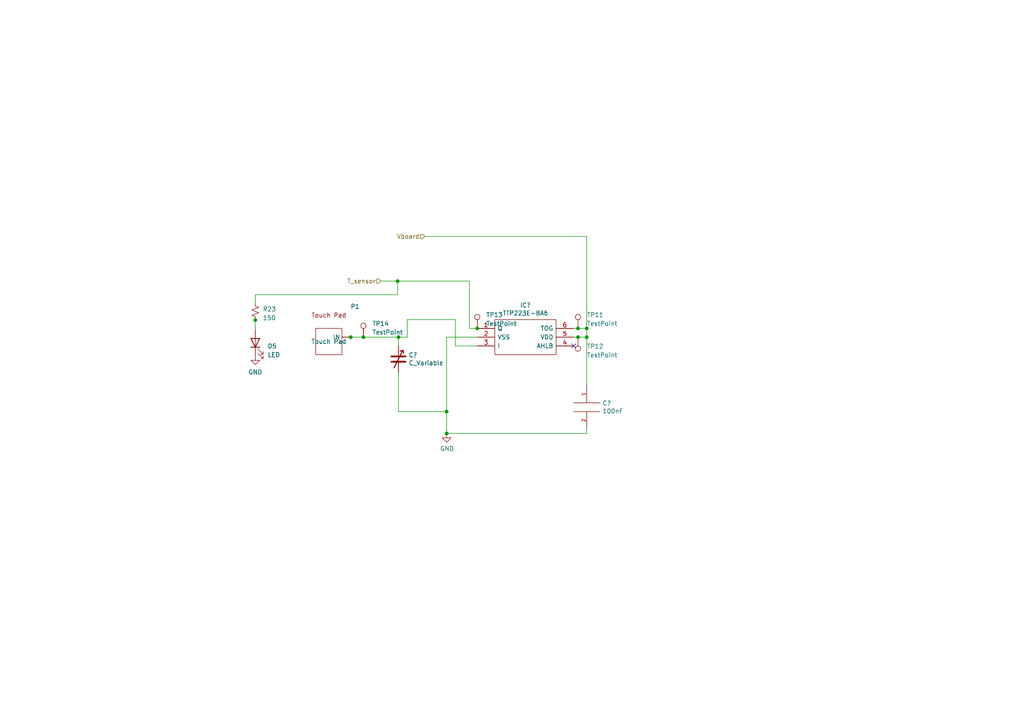
<source format=kicad_sch>
(kicad_sch (version 20230121) (generator eeschema)
  (paper "A4")
  (title_block (title "Digital Sensor") (date "2023-03-04") (rev "Rev 1") (company "UCT") (comment 1 "EEE3088F"))
  (lib_symbols
    (symbol "Connector:TestPoint" (pin_numbers hide) (pin_names (offset 0.762) hide)
      (property "Reference" "TP" (at 0 6.858 0))
      (property "Value" "TestPoint" (at 0 5.08 0))
      (symbol "TestPoint_0_1"
        (circle (center 0 3.302) (radius 0.762))
      )
      (symbol "TestPoint_1_1"
        (pin passive line (at 0 0 90) (length 2.54) (name "1") (number "1"))
      )
    )
    (symbol "Device:C_Variable" (pin_numbers hide) (pin_names (offset 0.254) hide)
      (property "Reference" "C" (at 0.635 -1.905 0))
      (property "Value" "C_Variable" (at 0.635 -3.81 0))
      (symbol "C_Variable_0_1"
        (polyline (pts (xy -2.032 -0.762) (xy 2.032 -0.762)) (stroke (width 0.508)))
        (polyline (pts (xy -2.032 0.762) (xy 2.032 0.762)) (stroke (width 0.508)))
        (polyline (pts (xy 1.27 2.54) (xy -1.27 -2.54)) (stroke (width 0.3048)))
        (polyline (pts (xy 1.27 2.54) (xy 0.508 2.286)) (stroke (width 0.3048)))
        (polyline (pts (xy 1.27 2.54) (xy 1.524 1.778)) (stroke (width 0.3048)))
      )
      (symbol "C_Variable_1_1"
        (pin passive line (at 0 3.81 270) (length 3.048) (name "~") (number "1"))
        (pin passive line (at 0 -3.81 90) (length 3.048) (name "~") (number "2"))
      )
    )
    (symbol "Device:LED" (pin_numbers hide) (pin_names (offset 1.016) hide)
      (property "Reference" "D" (at 0 2.54 0))
      (property "Value" "LED" (at 0 -2.54 0))
      (symbol "LED_0_1"
        (polyline (pts (xy -1.27 -1.27) (xy -1.27 1.27)) (stroke (width 0.254)))
        (polyline (pts (xy -1.27 0) (xy 1.27 0)))
        (polyline (pts (xy 1.27 -1.27) (xy 1.27 1.27) (xy -1.27 0) (xy 1.27 -1.27)) (stroke (width 0.254)))
        (polyline (pts (xy -3.048 -0.762) (xy -4.572 -2.286) (xy -3.81 -2.286) (xy -4.572 -2.286) (xy -4.572 -1.524)))
        (polyline (pts (xy -1.778 -0.762) (xy -3.302 -2.286) (xy -2.54 -2.286) (xy -3.302 -2.286) (xy -3.302 -1.524)))
      )
      (symbol "LED_1_1"
        (pin passive line (at -3.81 0 0) (length 2.54) (name "K") (number "1"))
        (pin passive line (at 3.81 0 180) (length 2.54) (name "A") (number "2"))
      )
    )
    (symbol "Device:R_Small_US" (pin_numbers hide) (pin_names (offset 0.254) hide)
      (property "Reference" "R" (at 0.762 0.508 0))
      (property "Value" "R_Small_US" (at 0.762 -1.016 0))
      (symbol "R_Small_US_1_1"
        (polyline (pts (xy 0 0) (xy 1.016 -0.381) (xy 0 -0.762) (xy -1.016 -1.143) (xy 0 -1.524)))
        (polyline (pts (xy 0 1.524) (xy 1.016 1.143) (xy 0 0.762) (xy -1.016 0.381) (xy 0 0)))
        (pin passive line (at 0 2.54 270) (length 1.016) (name "~") (number "1"))
        (pin passive line (at 0 -2.54 90) (length 1.016) (name "~") (number "2"))
      )
    )
    (symbol "Sensors-rescue:CAP-pspice" (pin_names (offset 0.254))
      (property "Reference" "C" (at 2.54 3.81 90))
      (property "Value" "pspice_CAP" (at 2.54 -3.81 90))
      (symbol "CAP-pspice_0_1"
        (polyline (pts (xy -3.81 -1.27) (xy 3.81 -1.27)))
        (polyline (pts (xy -3.81 1.27) (xy 3.81 1.27)))
      )
      (symbol "CAP-pspice_1_1"
        (pin passive line (at 0 6.35 270) (length 5.08) (name "~") (number "1"))
        (pin passive line (at 0 -6.35 90) (length 5.08) (name "~") (number "2"))
      )
    )
    (symbol "Sensors-rescue:TTP223E-BA6-TTP223E-BA6" (pin_names (offset 0.762))
      (property "Reference" "IC" (at 24.13 7.62 0))
      (property "Value" "TTP223E-BA6_TTP223E-BA6" (at 24.13 5.08 0))
      (symbol "TTP223E-BA6-TTP223E-BA6_0_0"
        (pin passive line (at 0 0 0) (length 5.08) (name "Q") (number "1"))
        (pin passive line (at 0 -2.54 0) (length 5.08) (name "VSS") (number "2"))
        (pin passive line (at 0 -5.08 0) (length 5.08) (name "I") (number "3"))
        (pin passive line (at 27.94 -5.08 180) (length 5.08) (name "AHLB") (number "4"))
        (pin passive line (at 27.94 -2.54 180) (length 5.08) (name "VDD") (number "5"))
        (pin passive line (at 27.94 0 180) (length 5.08) (name "TOG") (number "6"))
      )
      (symbol "TTP223E-BA6-TTP223E-BA6_0_1"
        (polyline (pts (xy 5.08 2.54) (xy 22.86 2.54) (xy 22.86 -7.62) (xy 5.08 -7.62) (xy 5.08 2.54)) (stroke (width 0.1524)))
      )
    )
    (symbol "UCT:TouchPad"
      (property "Reference" "P" (at 0 5.08 0))
      (symbol "TouchPad_1_1"
        (rectangle (start -3.81 3.81) (end 3.81 -3.81))
        (rectangle (start 20.32 -20.32) (end 20.32 -20.32))
        (text "Touch Pad\n" (at 0 7.62 0) (effects (font (size 1.27 1.27))))
        (pin input line (at 6.35 1.27 180) (length 2.54) (name "IN") (number ""))
      )
    )
    (symbol "power:GND" (power) (pin_names (offset 0))
      (property "Value" "GND" (at 0 -3.81 0))
      (symbol "GND_0_1"
        (polyline (pts (xy 0 0) (xy 0 -1.27) (xy 1.27 -1.27) (xy 0 -2.54) (xy -1.27 -1.27) (xy 0 -1.27)))
      )
      (symbol "GND_1_1"
        (pin power_in line (at 0 0 270) (length 0) hide (name "GND") (number "1"))
      )
    )
  )
  (junction (at 170.18 97.79))
  (junction (at 167.64 97.79))
  (junction (at 115.57 97.79))
  (junction (at 105.41 97.79))
  (junction (at 74.041 92.837))
  (junction (at 129.54 119.38))
  (junction (at 138.43 95.25))
  (junction (at 170.18 95.25))
  (junction (at 101.727 97.79))
  (junction (at 115.316 81.534))
  (junction (at 129.54 125.73))
  (junction (at 167.64 95.25))
  (no_connect (at 166.37 100.33))
  (wire (pts (xy 105.41 97.79) (xy 115.57 97.79)))
  (wire (pts (xy 129.54 97.79) (xy 129.54 119.38)))
  (wire (pts (xy 136.144 95.25) (xy 138.43 95.25)))
  (wire (pts (xy 167.64 95.25) (xy 166.37 95.25)))
  (wire (pts (xy 115.316 81.534) (xy 115.316 85.471)))
  (wire (pts (xy 74.041 92.837) (xy 74.041 95.631)))
  (wire (pts (xy 115.57 97.79) (xy 118.11 97.79)))
  (wire (pts (xy 170.18 125.73) (xy 170.18 124.46)))
  (wire (pts (xy 138.43 100.33) (xy 132.08 100.33)))
  (wire (pts (xy 123.19 68.58) (xy 170.18 68.58)))
  (wire (pts (xy 170.18 95.25) (xy 170.18 97.79)))
  (wire (pts (xy 129.54 125.73) (xy 170.18 125.73)))
  (wire (pts (xy 101.6 97.79) (xy 101.727 97.79)))
  (wire (pts (xy 170.18 68.58) (xy 170.18 95.25)))
  (wire (pts (xy 110.49 81.534) (xy 115.316 81.534)))
  (wire (pts (xy 167.64 97.79) (xy 170.18 97.79)))
  (wire (pts (xy 115.57 107.95) (xy 115.57 119.38)))
  (wire (pts (xy 166.37 97.79) (xy 167.64 97.79)))
  (wire (pts (xy 101.727 97.79) (xy 105.41 97.79)))
  (wire (pts (xy 115.316 81.534) (xy 136.144 81.534)))
  (wire (pts (xy 170.18 111.76) (xy 170.18 97.79)))
  (wire (pts (xy 132.08 100.33) (xy 132.08 92.71)))
  (wire (pts (xy 115.57 100.33) (xy 115.57 97.79)))
  (wire (pts (xy 74.041 92.71) (xy 74.041 92.837)))
  (wire (pts (xy 129.54 119.38) (xy 129.54 125.73)))
  (wire (pts (xy 118.11 92.71) (xy 132.08 92.71)))
  (wire (pts (xy 136.144 81.534) (xy 136.144 95.25)))
  (wire (pts (xy 138.43 97.79) (xy 129.54 97.79)))
  (wire (pts (xy 118.11 92.71) (xy 118.11 97.79)))
  (wire (pts (xy 115.57 119.38) (xy 129.54 119.38)))
  (wire (pts (xy 74.041 85.471) (xy 74.041 87.757)))
  (wire (pts (xy 170.18 95.25) (xy 167.64 95.25)))
  (wire (pts (xy 115.316 85.471) (xy 74.041 85.471)))
  (hierarchical_label "T_sensor" (shape input) (at 110.49 81.534 180))
  (hierarchical_label "Vboard" (shape input) (at 123.19 68.58 180))
  (symbol (lib_id "Sensors-rescue:TTP223E-BA6-TTP223E-BA6") (at 138.43 95.25 0) (unit 1)
    (property "Reference" "IC?" (at 152.4 88.519 0))
    (property "Value" "TTP223E-BA6" (at 152.4 90.8304 0))
    (property "Footprint" "Package_TO_SOT_SMD:SOT-563" (effects hide))
    (property "Datasheet" "https://datasheet.lcsc.com/szlcsc/1810251711_Tontek-Design-Tech-TTP223E-BA6_C129457.pdf" (effects hide))
    (property "Description" "SOT-23-6 Touch Screen Controller ICs" (effects hide))
    (property "Height" "1.26" (effects hide))
    (property "Manufacturer_Name" "Sam&wing" (effects hide))
    (property "Manufacturer_Part_Number" "223" (effects hide))
    (property "Price" "0.1" (effects hide))
    (property "JLCPCB Part #" "C1693666" (effects hide))
    (property "Price ( 1 board)" "0.1" (effects hide))
    (property "Price (5 boards)" "0.5" (effects hide))
    (instances (project "Sensors" (path "" (reference "IC?") (unit 1)) (path "" (reference "IC?") (unit 1))) (project "FullSchematic" (path "" (reference "IC1") (unit 1))))
  )
  (symbol (lib_id "Sensors-rescue:CAP-pspice") (at 170.18 118.11 0) (unit 1)
    (property "Reference" "C?" (at 174.7012 116.9416 0) (effects (justify left)))
    (property "Value" "100nF" (at 174.7012 119.253 0) (effects (justify left)))
    (property "Footprint" "Capacitor_THT:CP_Axial_L10.0mm_D4.5mm_P15.00mm_Horizontal" (effects hide))
    (property "Price" "0.08" (effects hide))
    (property "Price ( 1 board)" "0.32" (effects hide))
    (property "Price (5 boards)" "1.6" (effects hide))
    (property "JLCPCB Part #" "C24497" (effects hide))
    (instances (project "Sensors" (path "" (reference "C?") (unit 1))) (project "FullSchematic" (path "" (reference "C13") (unit 1))))
  )
  (symbol (lib_id "power:GND") (at 129.54 125.73 0) (unit 1)
    (property "Reference" "#PWR?" (effects hide))
    (property "Value" "GND" (at 129.667 130.1242 0))
    (instances (project "Sensors" (path "" (reference "#PWR?") (unit 1))) (project "FullSchematic" (path "" (reference "#PWR0106") (unit 1))))
  )
  (symbol (lib_id "Device:C_Variable") (at 115.57 104.14 0) (unit 1)
    (property "Reference" "C?" (at 118.491 102.9716 0) (effects (justify left)))
    (property "Value" "C_Variable" (at 118.491 105.283 0) (effects (justify left)))
    (property "Footprint" "Capacitor_SMD:C_Trimmer_Murata_TZC3" (effects hide))
    (property "Price" "0.3067" (effects hide))
    (property "Price ( 1 board)" "0.3067" (effects hide))
    (property "Price (5 boards)" "1.54" (effects hide))
    (property "JLCPCB Part #" "C125363" (effects hide))
    (instances (project "Sensors" (path "" (reference "C?") (unit 1))) (project "FullSchematic" (path "" (reference "C12") (unit 1))))
  )
  (symbol (lib_id "power:GND") (at 74.041 103.251 0) (unit 1)
    (property "Reference" "#PWR019" (effects hide))
    (property "Value" "GND" (at 74.041 107.95 0))
  )
  (symbol (lib_id "Connector:TestPoint") (at 105.41 97.79 0) (unit 1)
    (property "Reference" "TP14" (at 107.95 93.853 0) (effects (justify left)))
    (property "Value" "TestPoint" (at 107.95 96.393 0) (effects (justify left)))
    (property "Footprint" "TestPoint:TestPoint_Pad_D2.0mm" (effects hide))
    (property "Price" "$0" (effects hide))
    (property "Price ( 1 board)" "0" (effects hide))
    (property "Price (5 boards)" "0" (effects hide))
    (property "JLCPCB Part #" "N/A" (effects hide))
  )
  (symbol (lib_id "Connector:TestPoint") (at 167.64 97.79 180) (unit 1)
    (property "Reference" "TP12" (at 170.18 100.457 0) (effects (justify right)))
    (property "Value" "TestPoint" (at 170.18 102.997 0) (effects (justify right)))
    (property "Footprint" "TestPoint:TestPoint_Pad_D2.0mm" (effects hide))
    (property "Price" "$0" (effects hide))
    (property "Price ( 1 board)" "0" (effects hide))
    (property "Price (5 boards)" "0" (effects hide))
    (property "JLCPCB Part #" "N/A" (effects hide))
  )
  (symbol (lib_id "Connector:TestPoint") (at 138.43 95.25 0) (unit 1)
    (property "Reference" "TP13" (at 140.97 91.313 0) (effects (justify left)))
    (property "Value" "TestPoint" (at 140.97 93.853 0) (effects (justify left)))
    (property "Footprint" "TestPoint:TestPoint_Pad_D2.0mm" (effects hide))
    (property "Price" "$0" (effects hide))
    (property "Price ( 1 board)" "0" (effects hide))
    (property "Price (5 boards)" "0" (effects hide))
    (property "JLCPCB Part #" "N/A" (effects hide))
  )
  (symbol (lib_id "Connector:TestPoint") (at 167.64 95.25 0) (unit 1)
    (property "Reference" "TP11" (at 170.18 91.313 0) (effects (justify left)))
    (property "Value" "TestPoint" (at 170.18 93.853 0) (effects (justify left)))
    (property "Footprint" "TestPoint:TestPoint_Pad_D2.0mm" (effects hide))
    (property "Price" "$0" (effects hide))
    (property "Price ( 1 board)" "0" (effects hide))
    (property "Price (5 boards)" "0" (effects hide))
    (property "JLCPCB Part #" "N/A" (effects hide))
  )
  (symbol (lib_id "Device:R_Small_US") (at 74.041 90.297 0) (unit 1)
    (property "Reference" "R23" (at 76.2 89.662 0) (effects (justify left)))
    (property "Value" "150" (at 76.2 92.202 0) (effects (justify left)))
    (property "Footprint" "Resistor_SMD:R_0201_0603Metric" (effects hide))
  )
  (symbol (lib_id "Device:LED") (at 74.041 99.441 90) (unit 1)
    (property "Reference" "D5" (at 77.597 100.3935 90) (effects (justify right)))
    (property "Value" "LED" (at 77.597 102.9335 90) (effects (justify right)))
    (property "Footprint" "LED_SMD:LED_0201_0603Metric" (effects hide))
  )
  (symbol (lib_id "UCT:TouchPad") (at 95.377 99.06 0) (unit 1)
    (property "Reference" "P1" (at 102.9915 88.9 0))
    (property "Value" "Touch Pad" (at 95.377 99.06 0))
    (property "Footprint" "Library:Touch Pad" (effects hide))
    (property "JLCPCB Part #" "N/A" (effects hide))
    (property "Price" "0" (effects hide))
    (property "Price ( 1 board)" "0" (effects hide))
    (property "Price (5 boards)" "0" (effects hide))
  )
)
</source>
